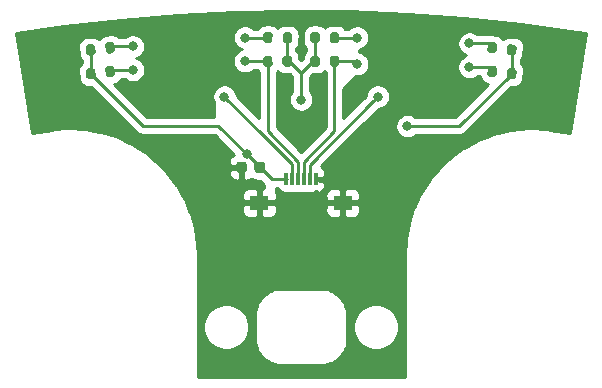
<source format=gtl>
G04 #@! TF.GenerationSoftware,KiCad,Pcbnew,(5.1.10)-1*
G04 #@! TF.CreationDate,2022-02-06T13:52:41+09:00*
G04 #@! TF.ProjectId,FrontSensor,46726f6e-7453-4656-9e73-6f722e6b6963,rev?*
G04 #@! TF.SameCoordinates,Original*
G04 #@! TF.FileFunction,Copper,L1,Top*
G04 #@! TF.FilePolarity,Positive*
%FSLAX46Y46*%
G04 Gerber Fmt 4.6, Leading zero omitted, Abs format (unit mm)*
G04 Created by KiCad (PCBNEW (5.1.10)-1) date 2022-02-06 13:52:41*
%MOMM*%
%LPD*%
G01*
G04 APERTURE LIST*
G04 #@! TA.AperFunction,SMDPad,CuDef*
%ADD10R,0.300000X1.000000*%
G04 #@! TD*
G04 #@! TA.AperFunction,SMDPad,CuDef*
%ADD11R,1.650000X1.300000*%
G04 #@! TD*
G04 #@! TA.AperFunction,ViaPad*
%ADD12C,0.800000*%
G04 #@! TD*
G04 #@! TA.AperFunction,Conductor*
%ADD13C,0.250000*%
G04 #@! TD*
G04 #@! TA.AperFunction,Conductor*
%ADD14C,0.300000*%
G04 #@! TD*
G04 #@! TA.AperFunction,Conductor*
%ADD15C,0.254000*%
G04 #@! TD*
G04 #@! TA.AperFunction,Conductor*
%ADD16C,0.100000*%
G04 #@! TD*
G04 APERTURE END LIST*
G04 #@! TA.AperFunction,SMDPad,CuDef*
G36*
G01*
X-4600000Y141250000D02*
X-4600000Y140750000D01*
G75*
G02*
X-4825000Y140525000I-225000J0D01*
G01*
X-5275000Y140525000D01*
G75*
G02*
X-5500000Y140750000I0J225000D01*
G01*
X-5500000Y141250000D01*
G75*
G02*
X-5275000Y141475000I225000J0D01*
G01*
X-4825000Y141475000D01*
G75*
G02*
X-4600000Y141250000I0J-225000D01*
G01*
G37*
G04 #@! TD.AperFunction*
G04 #@! TA.AperFunction,SMDPad,CuDef*
G36*
G01*
X-3050000Y141250000D02*
X-3050000Y140750000D01*
G75*
G02*
X-3275000Y140525000I-225000J0D01*
G01*
X-3725000Y140525000D01*
G75*
G02*
X-3950000Y140750000I0J225000D01*
G01*
X-3950000Y141250000D01*
G75*
G02*
X-3725000Y141475000I225000J0D01*
G01*
X-3275000Y141475000D01*
G75*
G02*
X-3050000Y141250000I0J-225000D01*
G01*
G37*
G04 #@! TD.AperFunction*
D10*
X1250000Y140000000D03*
X750000Y140000000D03*
X250000Y140000000D03*
X-250000Y140000000D03*
X-750000Y140000000D03*
X-1250000Y140000000D03*
D11*
X3525000Y138000000D03*
X-3525000Y138000000D03*
G04 #@! TA.AperFunction,SMDPad,CuDef*
G36*
G01*
X-16546600Y148808879D02*
X-16608862Y149355344D01*
G75*
G02*
X-16432789Y149576699I198714J22641D01*
G01*
X-16035361Y149621980D01*
G75*
G02*
X-15814006Y149445907I22641J-198714D01*
G01*
X-15751744Y148899442D01*
G75*
G02*
X-15927817Y148678087I-198714J-22641D01*
G01*
X-16325245Y148632806D01*
G75*
G02*
X-16546600Y148808879I-22641J198714D01*
G01*
G37*
G04 #@! TD.AperFunction*
G04 #@! TA.AperFunction,SMDPad,CuDef*
G36*
G01*
X-18185994Y148622093D02*
X-18248256Y149168558D01*
G75*
G02*
X-18072183Y149389913I198714J22641D01*
G01*
X-17674755Y149435194D01*
G75*
G02*
X-17453400Y149259121I22641J-198714D01*
G01*
X-17391138Y148712656D01*
G75*
G02*
X-17567211Y148491301I-198714J-22641D01*
G01*
X-17964639Y148446020D01*
G75*
G02*
X-18185994Y148622093I-22641J198714D01*
G01*
G37*
G04 #@! TD.AperFunction*
G04 #@! TA.AperFunction,SMDPad,CuDef*
G36*
G01*
X-2428328Y150256787D02*
X-2421608Y149706828D01*
G75*
G02*
X-2619150Y149504400I-199985J-2443D01*
G01*
X-3019120Y149499513D01*
G75*
G02*
X-3221548Y149697055I-2443J199985D01*
G01*
X-3228268Y150247014D01*
G75*
G02*
X-3030726Y150449442I199985J2443D01*
G01*
X-2630756Y150454329D01*
G75*
G02*
X-2428328Y150256787I2443J-199985D01*
G01*
G37*
G04 #@! TD.AperFunction*
G04 #@! TA.AperFunction,SMDPad,CuDef*
G36*
G01*
X-778452Y150276945D02*
X-771732Y149726986D01*
G75*
G02*
X-969274Y149524558I-199985J-2443D01*
G01*
X-1369244Y149519671D01*
G75*
G02*
X-1571672Y149717213I-2443J199985D01*
G01*
X-1578392Y150267172D01*
G75*
G02*
X-1380850Y150469600I199985J2443D01*
G01*
X-980880Y150474487D01*
G75*
G02*
X-778452Y150276945I2443J-199985D01*
G01*
G37*
G04 #@! TD.AperFunction*
G04 #@! TA.AperFunction,SMDPad,CuDef*
G36*
G01*
X771279Y149729130D02*
X778958Y150279077D01*
G75*
G02*
X981731Y150476266I199981J-2792D01*
G01*
X1381692Y150470681D01*
G75*
G02*
X1578881Y150267908I-2792J-199981D01*
G01*
X1571202Y149717961D01*
G75*
G02*
X1368429Y149520772I-199981J2792D01*
G01*
X968468Y149526357D01*
G75*
G02*
X771279Y149729130I2792J199981D01*
G01*
G37*
G04 #@! TD.AperFunction*
G04 #@! TA.AperFunction,SMDPad,CuDef*
G36*
G01*
X2421119Y149706092D02*
X2428798Y150256039D01*
G75*
G02*
X2631571Y150453228I199981J-2792D01*
G01*
X3031532Y150447643D01*
G75*
G02*
X3228721Y150244870I-2792J-199981D01*
G01*
X3221042Y149694923D01*
G75*
G02*
X3018269Y149497734I-199981J2792D01*
G01*
X2618308Y149503319D01*
G75*
G02*
X2421119Y149706092I2792J199981D01*
G01*
G37*
G04 #@! TD.AperFunction*
G04 #@! TA.AperFunction,SMDPad,CuDef*
G36*
G01*
X16609424Y149356026D02*
X16546209Y148809671D01*
G75*
G02*
X16324547Y148633983I-198675J22987D01*
G01*
X15927198Y148679958D01*
G75*
G02*
X15751510Y148901620I22987J198675D01*
G01*
X15814725Y149447975D01*
G75*
G02*
X16036387Y149623663I198675J-22987D01*
G01*
X16433736Y149577688D01*
G75*
G02*
X16609424Y149356026I-22987J-198675D01*
G01*
G37*
G04 #@! TD.AperFunction*
G04 #@! TA.AperFunction,SMDPad,CuDef*
G36*
G01*
X18248490Y149166380D02*
X18185275Y148620025D01*
G75*
G02*
X17963613Y148444337I-198675J22987D01*
G01*
X17566264Y148490312D01*
G75*
G02*
X17390576Y148711974I22987J198675D01*
G01*
X17453791Y149258329D01*
G75*
G02*
X17675453Y149434017I198675J-22987D01*
G01*
X18072802Y149388042D01*
G75*
G02*
X18248490Y149166380I-22987J-198675D01*
G01*
G37*
G04 #@! TD.AperFunction*
G04 #@! TA.AperFunction,SMDPad,CuDef*
G36*
G01*
X-16546995Y150820088D02*
X-16608303Y151366660D01*
G75*
G02*
X-16431843Y151587708I198754J22294D01*
G01*
X-16034335Y151632296D01*
G75*
G02*
X-15813287Y151455836I22294J-198754D01*
G01*
X-15751979Y150909264D01*
G75*
G02*
X-15928439Y150688216I-198754J-22294D01*
G01*
X-16325947Y150643628D01*
G75*
G02*
X-16546995Y150820088I-22294J198754D01*
G01*
G37*
G04 #@! TD.AperFunction*
G04 #@! TA.AperFunction,SMDPad,CuDef*
G36*
G01*
X-18186713Y150636164D02*
X-18248021Y151182736D01*
G75*
G02*
X-18071561Y151403784I198754J22294D01*
G01*
X-17674053Y151448372D01*
G75*
G02*
X-17453005Y151271912I22294J-198754D01*
G01*
X-17391697Y150725340D01*
G75*
G02*
X-17568157Y150504292I-198754J-22294D01*
G01*
X-17965665Y150459704D01*
G75*
G02*
X-18186713Y150636164I-22294J198754D01*
G01*
G37*
G04 #@! TD.AperFunction*
G04 #@! TA.AperFunction,SMDPad,CuDef*
G36*
G01*
X-771279Y152244870D02*
X-778958Y151694923D01*
G75*
G02*
X-981731Y151497734I-199981J2792D01*
G01*
X-1381692Y151503319D01*
G75*
G02*
X-1578881Y151706092I2792J199981D01*
G01*
X-1571202Y152256039D01*
G75*
G02*
X-1368429Y152453228I199981J-2792D01*
G01*
X-968468Y152447643D01*
G75*
G02*
X-771279Y152244870I-2792J-199981D01*
G01*
G37*
G04 #@! TD.AperFunction*
G04 #@! TA.AperFunction,SMDPad,CuDef*
G36*
G01*
X-2421119Y152267908D02*
X-2428798Y151717961D01*
G75*
G02*
X-2631571Y151520772I-199981J2792D01*
G01*
X-3031532Y151526357D01*
G75*
G02*
X-3228721Y151729130I2792J199981D01*
G01*
X-3221042Y152279077D01*
G75*
G02*
X-3018269Y152476266I199981J-2792D01*
G01*
X-2618308Y152470681D01*
G75*
G02*
X-2421119Y152267908I-2792J-199981D01*
G01*
G37*
G04 #@! TD.AperFunction*
G04 #@! TA.AperFunction,SMDPad,CuDef*
G36*
G01*
X2421119Y151706092D02*
X2428798Y152256039D01*
G75*
G02*
X2631571Y152453228I199981J-2792D01*
G01*
X3031532Y152447643D01*
G75*
G02*
X3228721Y152244870I-2792J-199981D01*
G01*
X3221042Y151694923D01*
G75*
G02*
X3018269Y151497734I-199981J2792D01*
G01*
X2618308Y151503319D01*
G75*
G02*
X2421119Y151706092I2792J199981D01*
G01*
G37*
G04 #@! TD.AperFunction*
G04 #@! TA.AperFunction,SMDPad,CuDef*
G36*
G01*
X771279Y151729130D02*
X778958Y152279077D01*
G75*
G02*
X981731Y152476266I199981J-2792D01*
G01*
X1381692Y152470681D01*
G75*
G02*
X1578881Y152267908I-2792J-199981D01*
G01*
X1571202Y151717961D01*
G75*
G02*
X1368429Y151520772I-199981J2792D01*
G01*
X968468Y151526357D01*
G75*
G02*
X771279Y151729130I2792J199981D01*
G01*
G37*
G04 #@! TD.AperFunction*
G04 #@! TA.AperFunction,SMDPad,CuDef*
G36*
G01*
X18248256Y151180558D02*
X18185994Y150634093D01*
G75*
G02*
X17964639Y150458020I-198714J22641D01*
G01*
X17567211Y150503301D01*
G75*
G02*
X17391138Y150724656I22641J198714D01*
G01*
X17453400Y151271121D01*
G75*
G02*
X17674755Y151447194I198714J-22641D01*
G01*
X18072183Y151401913D01*
G75*
G02*
X18248256Y151180558I-22641J-198714D01*
G01*
G37*
G04 #@! TD.AperFunction*
G04 #@! TA.AperFunction,SMDPad,CuDef*
G36*
G01*
X16608862Y151367344D02*
X16546600Y150820879D01*
G75*
G02*
X16325245Y150644806I-198714J22641D01*
G01*
X15927817Y150690087D01*
G75*
G02*
X15751744Y150911442I22641J198714D01*
G01*
X15814006Y151457907D01*
G75*
G02*
X16035361Y151633980I198714J-22641D01*
G01*
X16432789Y151588699D01*
G75*
G02*
X16608862Y151367344I-22641J-198714D01*
G01*
G37*
G04 #@! TD.AperFunction*
D12*
X-4625000Y142125000D03*
X0Y146750000D03*
X9000000Y144500000D03*
X-15100000Y148000000D03*
X4000000Y146100000D03*
X-4000000Y146100000D03*
X-1500000Y148500000D03*
X1500000Y148500000D03*
X0Y143000000D03*
X0Y151000000D03*
X15000000Y148000000D03*
X3250000Y141250000D03*
X0Y137750000D03*
X-14250000Y151250000D03*
X-4750000Y152000000D03*
X4750000Y152000000D03*
X14250000Y151500000D03*
X-14250000Y149250000D03*
X-6500000Y147000000D03*
X-4750000Y150000000D03*
X4750000Y149750000D03*
X14250000Y149500000D03*
X6500000Y147000000D03*
D13*
X17819533Y150952443D02*
X17819697Y150952607D01*
X17819533Y148939177D02*
X17819533Y150952443D01*
X1175080Y151998519D02*
X1175080Y149998519D01*
X-1175080Y149997097D02*
X-1175062Y149997079D01*
X-1175080Y151975481D02*
X-1175080Y149997097D01*
X-17819859Y148940769D02*
X-17819697Y148940607D01*
X-17819859Y150954038D02*
X-17819859Y148940769D01*
X-13379090Y144500000D02*
X-7000000Y144500000D01*
X-17819697Y148940607D02*
X-13379090Y144500000D01*
X-7000000Y144500000D02*
X-4625000Y142125000D01*
X-4625000Y142125000D02*
X-2500000Y140000000D01*
X-1175062Y149997079D02*
X-997079Y149997079D01*
X0Y149000000D02*
X0Y146750000D01*
X-997079Y149997079D02*
X0Y149000000D01*
X998519Y149998519D02*
X0Y149000000D01*
X1175080Y149998519D02*
X998519Y149998519D01*
X13380356Y144500000D02*
X9000000Y144500000D01*
X17819533Y148939177D02*
X13380356Y144500000D01*
X-2500000Y140000000D02*
X-1225001Y140000000D01*
D14*
X1250000Y140000000D02*
X2250000Y140000000D01*
D13*
X-16068103Y151250000D02*
X-16180141Y151137962D01*
X-14250000Y151250000D02*
X-16068103Y151250000D01*
X-4748519Y151998519D02*
X-4750000Y152000000D01*
X-2824920Y151998519D02*
X-4748519Y151998519D01*
X4725481Y151975481D02*
X4750000Y152000000D01*
X2824920Y151975481D02*
X4725481Y151975481D01*
X15819696Y151500000D02*
X16180303Y151139393D01*
X14250000Y151500000D02*
X15819696Y151500000D01*
X-16057696Y149250000D02*
X-16180303Y149127393D01*
X-14250000Y149250000D02*
X-16057696Y149250000D01*
X-750000Y141250000D02*
X-2000000Y142500000D01*
X-750000Y140000000D02*
X-750000Y141250000D01*
X-2000000Y142500000D02*
X-3250000Y143750000D01*
X-3250000Y143750000D02*
X-6500000Y147000000D01*
X-2824938Y149976921D02*
X-4726921Y149976921D01*
X-4726921Y149976921D02*
X-4750000Y150000000D01*
X-2824938Y144074938D02*
X-2824938Y149976921D01*
X-250000Y141500000D02*
X-2824938Y144074938D01*
X-250000Y140000000D02*
X-250000Y141500000D01*
X2824920Y149975481D02*
X4524519Y149975481D01*
X4524519Y149975481D02*
X4750000Y149750000D01*
X2824920Y144074920D02*
X2824920Y149975481D01*
X250000Y141500000D02*
X2824920Y144074920D01*
X250000Y140000000D02*
X250000Y141500000D01*
X15809290Y149500000D02*
X16180467Y149128823D01*
X14250000Y149500000D02*
X15809290Y149500000D01*
X6100001Y146588590D02*
X6100001Y146600001D01*
X750000Y140000000D02*
X750000Y141238590D01*
X750000Y141238590D02*
X6100001Y146588590D01*
X6100001Y146600001D02*
X6500000Y147000000D01*
D15*
X4087179Y154210755D02*
X8929016Y154006282D01*
X13762084Y153649820D01*
X18581542Y153141727D01*
X23386604Y152481960D01*
X24155489Y152360180D01*
X22779262Y143939284D01*
X21021125Y144211252D01*
X21002913Y144212260D01*
X20204128Y144295547D01*
X20165985Y144297114D01*
X20127905Y144299510D01*
X18872095Y144299510D01*
X18779975Y144293714D01*
X17534069Y144136320D01*
X17534067Y144136320D01*
X17443400Y144119025D01*
X16227043Y143806717D01*
X16189303Y143794454D01*
X16139259Y143778194D01*
X14971636Y143315900D01*
X14901485Y143282889D01*
X14888118Y143276599D01*
X13787643Y142671607D01*
X13777234Y142665001D01*
X13709710Y142622150D01*
X12693738Y141884002D01*
X12622618Y141825167D01*
X11707172Y140965506D01*
X11643987Y140898221D01*
X10843504Y139930604D01*
X10843503Y139930603D01*
X10789249Y139855929D01*
X10116352Y138795613D01*
X10091276Y138750000D01*
X10071885Y138714728D01*
X9537187Y137578437D01*
X9517307Y137528224D01*
X9503209Y137492617D01*
X9115141Y136298270D01*
X9092187Y136208868D01*
X9092187Y136208867D01*
X8856872Y134975300D01*
X8845303Y134883726D01*
X8767264Y133643340D01*
X8765000Y133620348D01*
X8764999Y123235000D01*
X-8765000Y123235000D01*
X-8765000Y127691624D01*
X-8278919Y127691624D01*
X-8278919Y127308376D01*
X-8204151Y126932493D01*
X-8057489Y126578419D01*
X-7844568Y126259761D01*
X-7573572Y125988765D01*
X-7254914Y125775844D01*
X-6900840Y125629182D01*
X-6524957Y125554414D01*
X-6141709Y125554414D01*
X-5765826Y125629182D01*
X-5411752Y125775844D01*
X-5093094Y125988765D01*
X-4822098Y126259761D01*
X-4685700Y126463896D01*
X-3901666Y126463896D01*
X-3898539Y126432152D01*
X-3898604Y126422914D01*
X-3897603Y126412701D01*
X-3867003Y126121556D01*
X-3853600Y126056262D01*
X-3841124Y125990862D01*
X-3838159Y125981038D01*
X-3751591Y125701382D01*
X-3725768Y125639952D01*
X-3700820Y125578203D01*
X-3696002Y125569142D01*
X-3556763Y125311626D01*
X-3519493Y125256371D01*
X-3483035Y125200658D01*
X-3476550Y125192705D01*
X-3289944Y124967138D01*
X-3242657Y124920179D01*
X-3196066Y124872602D01*
X-3188159Y124866060D01*
X-2961295Y124681034D01*
X-2905787Y124644155D01*
X-2850842Y124606533D01*
X-2841815Y124601652D01*
X-2583334Y124464215D01*
X-2521728Y124438822D01*
X-2460514Y124412586D01*
X-2450711Y124409551D01*
X-2170457Y124324937D01*
X-2105067Y124311990D01*
X-2039947Y124298148D01*
X-2029743Y124297075D01*
X-2029741Y124297075D01*
X-1738389Y124268508D01*
X-1702771Y124265000D01*
X1702771Y124265000D01*
X1734515Y124268127D01*
X1743752Y124268062D01*
X1753965Y124269063D01*
X2045110Y124299663D01*
X2110404Y124313066D01*
X2175804Y124325542D01*
X2185628Y124328507D01*
X2465284Y124415075D01*
X2526714Y124440898D01*
X2588463Y124465846D01*
X2597524Y124470664D01*
X2855040Y124609903D01*
X2910295Y124647173D01*
X2966008Y124683631D01*
X2973961Y124690116D01*
X3199528Y124876722D01*
X3246487Y124924009D01*
X3294064Y124970600D01*
X3300606Y124978507D01*
X3485632Y125205371D01*
X3522511Y125260879D01*
X3560133Y125315824D01*
X3565014Y125324851D01*
X3702451Y125583332D01*
X3727844Y125644938D01*
X3754080Y125706152D01*
X3757115Y125715955D01*
X3841729Y125996209D01*
X3854676Y126061599D01*
X3868518Y126126719D01*
X3869591Y126136925D01*
X3898158Y126428277D01*
X3901666Y126463895D01*
X3901666Y127691624D01*
X4387747Y127691624D01*
X4387747Y127308376D01*
X4462515Y126932493D01*
X4609177Y126578419D01*
X4822098Y126259761D01*
X5093094Y125988765D01*
X5411752Y125775844D01*
X5765826Y125629182D01*
X6141709Y125554414D01*
X6524957Y125554414D01*
X6900840Y125629182D01*
X7254914Y125775844D01*
X7573572Y125988765D01*
X7844568Y126259761D01*
X8057489Y126578419D01*
X8204151Y126932493D01*
X8278919Y127308376D01*
X8278919Y127691624D01*
X8204151Y128067507D01*
X8057489Y128421581D01*
X7844568Y128740239D01*
X7573572Y129011235D01*
X7254914Y129224156D01*
X6900840Y129370818D01*
X6524957Y129445586D01*
X6141709Y129445586D01*
X5765826Y129370818D01*
X5411752Y129224156D01*
X5093094Y129011235D01*
X4822098Y128740239D01*
X4609177Y128421581D01*
X4462515Y128067507D01*
X4387747Y127691624D01*
X3901666Y127691624D01*
X3901666Y128536105D01*
X3898539Y128567849D01*
X3898604Y128577085D01*
X3897603Y128587299D01*
X3867003Y128878444D01*
X3853593Y128943770D01*
X3841124Y129009138D01*
X3838159Y129018963D01*
X3751591Y129298618D01*
X3725763Y129360060D01*
X3700820Y129421797D01*
X3696002Y129430858D01*
X3556763Y129688374D01*
X3519508Y129743606D01*
X3483035Y129799342D01*
X3476550Y129807295D01*
X3289945Y130032862D01*
X3242638Y130079840D01*
X3196066Y130127398D01*
X3188159Y130133940D01*
X2961295Y130318966D01*
X2905787Y130355845D01*
X2850842Y130393467D01*
X2841815Y130398348D01*
X2583334Y130535785D01*
X2521754Y130561167D01*
X2460515Y130587414D01*
X2450711Y130590449D01*
X2170457Y130675063D01*
X2105067Y130688010D01*
X2039947Y130701852D01*
X2029743Y130702925D01*
X2029741Y130702925D01*
X1738389Y130731492D01*
X1702771Y130735000D01*
X-1702771Y130735000D01*
X-1734515Y130731873D01*
X-1743751Y130731938D01*
X-1753965Y130730937D01*
X-2045110Y130700337D01*
X-2110436Y130686927D01*
X-2175804Y130674458D01*
X-2185629Y130671493D01*
X-2465284Y130584925D01*
X-2526726Y130559097D01*
X-2588463Y130534154D01*
X-2597519Y130529339D01*
X-2597523Y130529337D01*
X-2597524Y130529336D01*
X-2855040Y130390097D01*
X-2910272Y130352842D01*
X-2966008Y130316369D01*
X-2973961Y130309884D01*
X-3199528Y130123279D01*
X-3246506Y130075972D01*
X-3294064Y130029400D01*
X-3300606Y130021493D01*
X-3485632Y129794629D01*
X-3522511Y129739121D01*
X-3560133Y129684176D01*
X-3565014Y129675149D01*
X-3702451Y129416668D01*
X-3727833Y129355088D01*
X-3754080Y129293849D01*
X-3757115Y129284045D01*
X-3841729Y129003791D01*
X-3854676Y128938401D01*
X-3868518Y128873281D01*
X-3869591Y128863075D01*
X-3898158Y128571723D01*
X-3898158Y128571713D01*
X-3901665Y128536105D01*
X-3901666Y126463896D01*
X-4685700Y126463896D01*
X-4609177Y126578419D01*
X-4462515Y126932493D01*
X-4387747Y127308376D01*
X-4387747Y127691624D01*
X-4462515Y128067507D01*
X-4609177Y128421581D01*
X-4822098Y128740239D01*
X-5093094Y129011235D01*
X-5411752Y129224156D01*
X-5765826Y129370818D01*
X-6141709Y129445586D01*
X-6524957Y129445586D01*
X-6900840Y129370818D01*
X-7254914Y129224156D01*
X-7573572Y129011235D01*
X-7844568Y128740239D01*
X-8057489Y128421581D01*
X-8204151Y128067507D01*
X-8278919Y127691624D01*
X-8765000Y127691624D01*
X-8765000Y133620348D01*
X-8766480Y133635378D01*
X-8799318Y134434686D01*
X-8803277Y134472657D01*
X-8806407Y134510683D01*
X-8987802Y135753324D01*
X-9006843Y135843640D01*
X-9006843Y135843641D01*
X-9342552Y137053748D01*
X-9372763Y137140966D01*
X-9372766Y137140972D01*
X-9460226Y137350000D01*
X-4988072Y137350000D01*
X-4975812Y137225518D01*
X-4939502Y137105820D01*
X-4880537Y136995506D01*
X-4801185Y136898815D01*
X-4704494Y136819463D01*
X-4594180Y136760498D01*
X-4474482Y136724188D01*
X-4350000Y136711928D01*
X-3810750Y136715000D01*
X-3652000Y136873750D01*
X-3652000Y137873000D01*
X-3398000Y137873000D01*
X-3398000Y136873750D01*
X-3239250Y136715000D01*
X-2700000Y136711928D01*
X-2575518Y136724188D01*
X-2455820Y136760498D01*
X-2345506Y136819463D01*
X-2248815Y136898815D01*
X-2169463Y136995506D01*
X-2110498Y137105820D01*
X-2074188Y137225518D01*
X-2061928Y137350000D01*
X2061928Y137350000D01*
X2074188Y137225518D01*
X2110498Y137105820D01*
X2169463Y136995506D01*
X2248815Y136898815D01*
X2345506Y136819463D01*
X2455820Y136760498D01*
X2575518Y136724188D01*
X2700000Y136711928D01*
X3239250Y136715000D01*
X3398000Y136873750D01*
X3398000Y137873000D01*
X3652000Y137873000D01*
X3652000Y136873750D01*
X3810750Y136715000D01*
X4350000Y136711928D01*
X4474482Y136724188D01*
X4594180Y136760498D01*
X4704494Y136819463D01*
X4801185Y136898815D01*
X4880537Y136995506D01*
X4939502Y137105820D01*
X4975812Y137225518D01*
X4988072Y137350000D01*
X4985000Y137714250D01*
X4826250Y137873000D01*
X3652000Y137873000D01*
X3398000Y137873000D01*
X2223750Y137873000D01*
X2065000Y137714250D01*
X2061928Y137350000D01*
X-2061928Y137350000D01*
X-2065000Y137714250D01*
X-2223750Y137873000D01*
X-3398000Y137873000D01*
X-3652000Y137873000D01*
X-4826250Y137873000D01*
X-4985000Y137714250D01*
X-4988072Y137350000D01*
X-9460226Y137350000D01*
X-9857491Y138299455D01*
X-9898395Y138382199D01*
X-10052419Y138650000D01*
X-4988072Y138650000D01*
X-4985000Y138285750D01*
X-4826250Y138127000D01*
X-3652000Y138127000D01*
X-3652000Y139126250D01*
X-3810750Y139285000D01*
X-4350000Y139288072D01*
X-4474482Y139275812D01*
X-4594180Y139239502D01*
X-4704494Y139180537D01*
X-4801185Y139101185D01*
X-4880537Y139004494D01*
X-4939502Y138894180D01*
X-4975812Y138774482D01*
X-4988072Y138650000D01*
X-10052419Y138650000D01*
X-10524491Y139470789D01*
X-10524497Y139470801D01*
X-10575449Y139547766D01*
X-11314661Y140525000D01*
X-6138072Y140525000D01*
X-6125812Y140400518D01*
X-6089502Y140280820D01*
X-6030537Y140170506D01*
X-5951185Y140073815D01*
X-5854494Y139994463D01*
X-5744180Y139935498D01*
X-5624482Y139899188D01*
X-5500000Y139886928D01*
X-5335750Y139890000D01*
X-5177000Y140048750D01*
X-5177000Y140873000D01*
X-5976250Y140873000D01*
X-6135000Y140714250D01*
X-6138072Y140525000D01*
X-11314661Y140525000D01*
X-11333053Y140549313D01*
X-11393250Y140619285D01*
X-12270407Y141517981D01*
X-12338898Y141579857D01*
X-13321775Y142361530D01*
X-13353980Y142383992D01*
X-13397482Y142414334D01*
X-14470579Y143066655D01*
X-14526492Y143096003D01*
X-14552306Y143109553D01*
X-15698698Y143622237D01*
X-15785157Y143654554D01*
X-15785162Y143654555D01*
X-16986766Y144019514D01*
X-17076595Y144040740D01*
X-18314471Y144252220D01*
X-18324988Y144253343D01*
X-18406251Y144262020D01*
X-19660871Y144316686D01*
X-19753156Y144314906D01*
X-20994925Y144212702D01*
X-21021125Y144211252D01*
X-22779262Y143939284D01*
X-23648925Y149260598D01*
X-18884736Y149260598D01*
X-18882227Y149096326D01*
X-18819965Y148549861D01*
X-18785456Y148389236D01*
X-18720274Y148238429D01*
X-18626924Y148103236D01*
X-18508992Y147988852D01*
X-18371012Y147899674D01*
X-18218284Y147839128D01*
X-18056680Y147809540D01*
X-17892408Y147812049D01*
X-17778875Y147824984D01*
X-13942890Y143988998D01*
X-13919091Y143959999D01*
X-13803366Y143865026D01*
X-13671337Y143794454D01*
X-13528076Y143750997D01*
X-13416423Y143740000D01*
X-13416415Y143740000D01*
X-13379090Y143736324D01*
X-13341765Y143740000D01*
X-7314801Y143740000D01*
X-5663713Y142088911D01*
X-5744180Y142064502D01*
X-5854494Y142005537D01*
X-5951185Y141926185D01*
X-6030537Y141829494D01*
X-6089502Y141719180D01*
X-6125812Y141599482D01*
X-6138072Y141475000D01*
X-6135000Y141285750D01*
X-5976250Y141127000D01*
X-5177000Y141127000D01*
X-5177000Y141147000D01*
X-4968485Y141147000D01*
X-4926898Y141129774D01*
X-4923000Y141128999D01*
X-4923000Y141127000D01*
X-4912952Y141127000D01*
X-4903000Y141125020D01*
X-4903000Y140873000D01*
X-4923000Y140873000D01*
X-4923000Y140048750D01*
X-4764250Y139890000D01*
X-4600000Y139886928D01*
X-4475518Y139899188D01*
X-4355820Y139935498D01*
X-4245506Y139994463D01*
X-4201351Y140030700D01*
X-4055283Y139952625D01*
X-3893377Y139903512D01*
X-3725000Y139886928D01*
X-3461730Y139886928D01*
X-3127000Y139552198D01*
X-3127000Y139285639D01*
X-3239250Y139285000D01*
X-3398000Y139126250D01*
X-3398000Y138127000D01*
X-2223750Y138127000D01*
X-2065000Y138285750D01*
X-2061928Y138650000D01*
X2061928Y138650000D01*
X2065000Y138285750D01*
X2223750Y138127000D01*
X3398000Y138127000D01*
X3398000Y139126250D01*
X3652000Y139126250D01*
X3652000Y138127000D01*
X4826250Y138127000D01*
X4985000Y138285750D01*
X4988072Y138650000D01*
X4975812Y138774482D01*
X4939502Y138894180D01*
X4880537Y139004494D01*
X4801185Y139101185D01*
X4704494Y139180537D01*
X4594180Y139239502D01*
X4474482Y139275812D01*
X4350000Y139288072D01*
X3810750Y139285000D01*
X3652000Y139126250D01*
X3398000Y139126250D01*
X3239250Y139285000D01*
X2700000Y139288072D01*
X2575518Y139275812D01*
X2455820Y139239502D01*
X2345506Y139180537D01*
X2248815Y139101185D01*
X2169463Y139004494D01*
X2110498Y138894180D01*
X2074188Y138774482D01*
X2061928Y138650000D01*
X-2061928Y138650000D01*
X-2074188Y138774482D01*
X-2110498Y138894180D01*
X-2123000Y138917569D01*
X-2123000Y139240000D01*
X-1981046Y139240000D01*
X-1930537Y139145506D01*
X-1851185Y139048815D01*
X-1754494Y138969463D01*
X-1644180Y138910498D01*
X-1524482Y138874188D01*
X-1400000Y138861928D01*
X-1100000Y138861928D01*
X-1000000Y138871777D01*
X-900000Y138861928D01*
X-600000Y138861928D01*
X-500000Y138871777D01*
X-400000Y138861928D01*
X-100000Y138861928D01*
X0Y138871777D01*
X100000Y138861928D01*
X400000Y138861928D01*
X500000Y138871777D01*
X600000Y138861928D01*
X900000Y138861928D01*
X1004058Y138872176D01*
X1068250Y138865000D01*
X1100497Y138897247D01*
X1144180Y138910498D01*
X1254494Y138969463D01*
X1294475Y139002275D01*
X1431750Y138865000D01*
X1536609Y138876723D01*
X1655579Y138915350D01*
X1764728Y138976445D01*
X1859860Y139057660D01*
X1937320Y139155874D01*
X1994131Y139267312D01*
X2028111Y139387692D01*
X2037952Y139512388D01*
X2035000Y139714250D01*
X1876250Y139873000D01*
X1538072Y139873000D01*
X1538072Y140127000D01*
X1876250Y140127000D01*
X2035000Y140285750D01*
X2037952Y140487612D01*
X2028111Y140612308D01*
X1994131Y140732688D01*
X1937320Y140844126D01*
X1859860Y140942340D01*
X1764728Y141023555D01*
X1665377Y141079166D01*
X5188151Y144601939D01*
X7965000Y144601939D01*
X7965000Y144398061D01*
X8004774Y144198102D01*
X8082795Y144009744D01*
X8196063Y143840226D01*
X8340226Y143696063D01*
X8509744Y143582795D01*
X8698102Y143504774D01*
X8898061Y143465000D01*
X9101939Y143465000D01*
X9301898Y143504774D01*
X9490256Y143582795D01*
X9659774Y143696063D01*
X9703711Y143740000D01*
X13343034Y143740000D01*
X13380356Y143736324D01*
X13417678Y143740000D01*
X13417689Y143740000D01*
X13529342Y143750997D01*
X13672603Y143794454D01*
X13804632Y143865026D01*
X13920357Y143959999D01*
X13944160Y143989003D01*
X17778576Y147823418D01*
X17890274Y147810494D01*
X18054542Y147807699D01*
X18216198Y147837004D01*
X18369031Y147897283D01*
X18507167Y147986221D01*
X18625298Y148100399D01*
X18718884Y148235429D01*
X18784329Y148386122D01*
X18819118Y148546687D01*
X18882333Y149093042D01*
X18885129Y149257308D01*
X18855824Y149418964D01*
X18795544Y149571797D01*
X18706607Y149709933D01*
X18592429Y149828064D01*
X18579533Y149837002D01*
X18579533Y150069270D01*
X18626924Y150115235D01*
X18720274Y150250428D01*
X18785456Y150401236D01*
X18819965Y150561861D01*
X18882227Y151108326D01*
X18884736Y151272599D01*
X18855148Y151434203D01*
X18794602Y151586931D01*
X18705424Y151724911D01*
X18591040Y151842843D01*
X18455847Y151936193D01*
X18305040Y152001375D01*
X18144414Y152035884D01*
X17746986Y152081165D01*
X17582715Y152083674D01*
X17421110Y152054087D01*
X17268383Y151993540D01*
X17130402Y151904362D01*
X17093748Y151868811D01*
X17066030Y151911697D01*
X16951646Y152029629D01*
X16816453Y152122979D01*
X16665646Y152188161D01*
X16505020Y152222670D01*
X16107592Y152267951D01*
X15943321Y152270460D01*
X15875989Y152258133D01*
X15857029Y152260000D01*
X15857018Y152260000D01*
X15819696Y152263676D01*
X15782374Y152260000D01*
X14953711Y152260000D01*
X14909774Y152303937D01*
X14740256Y152417205D01*
X14551898Y152495226D01*
X14351939Y152535000D01*
X14148061Y152535000D01*
X13948102Y152495226D01*
X13759744Y152417205D01*
X13590226Y152303937D01*
X13446063Y152159774D01*
X13332795Y151990256D01*
X13254774Y151801898D01*
X13215000Y151601939D01*
X13215000Y151398061D01*
X13254774Y151198102D01*
X13332795Y151009744D01*
X13446063Y150840226D01*
X13590226Y150696063D01*
X13759744Y150582795D01*
X13948102Y150504774D01*
X13972103Y150500000D01*
X13948102Y150495226D01*
X13759744Y150417205D01*
X13590226Y150303937D01*
X13446063Y150159774D01*
X13332795Y149990256D01*
X13254774Y149801898D01*
X13215000Y149601939D01*
X13215000Y149398061D01*
X13254774Y149198102D01*
X13332795Y149009744D01*
X13446063Y148840226D01*
X13590226Y148696063D01*
X13759744Y148582795D01*
X13948102Y148504774D01*
X14148061Y148465000D01*
X14351939Y148465000D01*
X14551898Y148504774D01*
X14740256Y148582795D01*
X14909774Y148696063D01*
X14953711Y148740000D01*
X15127686Y148740000D01*
X15144176Y148649036D01*
X15204456Y148496203D01*
X15293393Y148358067D01*
X15407571Y148239936D01*
X15542601Y148146349D01*
X15693294Y148080904D01*
X15852059Y148046505D01*
X13065555Y145260000D01*
X9703711Y145260000D01*
X9659774Y145303937D01*
X9490256Y145417205D01*
X9301898Y145495226D01*
X9101939Y145535000D01*
X8898061Y145535000D01*
X8698102Y145495226D01*
X8509744Y145417205D01*
X8340226Y145303937D01*
X8196063Y145159774D01*
X8082795Y144990256D01*
X8004774Y144801898D01*
X7965000Y144601939D01*
X5188151Y144601939D01*
X6551213Y145965000D01*
X6601939Y145965000D01*
X6801898Y146004774D01*
X6990256Y146082795D01*
X7159774Y146196063D01*
X7303937Y146340226D01*
X7417205Y146509744D01*
X7495226Y146698102D01*
X7535000Y146898061D01*
X7535000Y147101939D01*
X7495226Y147301898D01*
X7417205Y147490256D01*
X7303937Y147659774D01*
X7159774Y147803937D01*
X6990256Y147917205D01*
X6801898Y147995226D01*
X6601939Y148035000D01*
X6398061Y148035000D01*
X6198102Y147995226D01*
X6009744Y147917205D01*
X5840226Y147803937D01*
X5696063Y147659774D01*
X5582795Y147490256D01*
X5504774Y147301898D01*
X5465000Y147101939D01*
X5465000Y147028391D01*
X3584920Y145148311D01*
X3584920Y147655314D01*
X4645179Y148715573D01*
X4648061Y148715000D01*
X4851939Y148715000D01*
X5051898Y148754774D01*
X5240256Y148832795D01*
X5409774Y148946063D01*
X5553937Y149090226D01*
X5667205Y149259744D01*
X5745226Y149448102D01*
X5785000Y149648061D01*
X5785000Y149851939D01*
X5745226Y150051898D01*
X5667205Y150240256D01*
X5553937Y150409774D01*
X5409774Y150553937D01*
X5240256Y150667205D01*
X5051898Y150745226D01*
X4877000Y150780015D01*
X4877000Y150969985D01*
X5051898Y151004774D01*
X5240256Y151082795D01*
X5409774Y151196063D01*
X5553937Y151340226D01*
X5667205Y151509744D01*
X5745226Y151698102D01*
X5785000Y151898061D01*
X5785000Y152101939D01*
X5745226Y152301898D01*
X5667205Y152490256D01*
X5553937Y152659774D01*
X5409774Y152803937D01*
X5240256Y152917205D01*
X5051898Y152995226D01*
X4851939Y153035000D01*
X4648061Y153035000D01*
X4448102Y152995226D01*
X4259744Y152917205D01*
X4090226Y152803937D01*
X4021770Y152735481D01*
X3706494Y152735481D01*
X3629563Y152831936D01*
X3504032Y152937924D01*
X3360236Y153017386D01*
X3203701Y153067268D01*
X3040442Y153085652D01*
X2640481Y153091237D01*
X2476771Y153077418D01*
X2318904Y153031927D01*
X2172946Y152956511D01*
X2044504Y152854069D01*
X2011563Y152815054D01*
X1979723Y152854974D01*
X1854192Y152960962D01*
X1710396Y153040424D01*
X1553861Y153090306D01*
X1390602Y153108690D01*
X990641Y153114275D01*
X826931Y153100456D01*
X669064Y153054965D01*
X523106Y152979549D01*
X394664Y152877107D01*
X288676Y152751576D01*
X209215Y152607780D01*
X159333Y152451245D01*
X140949Y152287986D01*
X133270Y151738039D01*
X147089Y151574331D01*
X192580Y151416464D01*
X267995Y151270505D01*
X370437Y151142064D01*
X415080Y151104371D01*
X415081Y150893391D01*
X394664Y150877107D01*
X288676Y150751576D01*
X209215Y150607780D01*
X159333Y150451245D01*
X140949Y150287986D01*
X139926Y150214728D01*
X0Y150074801D01*
X-139568Y150214369D01*
X-140428Y150284742D01*
X-158527Y150448032D01*
X-208136Y150604654D01*
X-287346Y150748589D01*
X-393115Y150874304D01*
X-415080Y150891886D01*
X-415080Y151080610D01*
X-394664Y151096893D01*
X-288676Y151222424D01*
X-209215Y151366220D01*
X-159333Y151522755D01*
X-140949Y151686014D01*
X-133270Y152235961D01*
X-147089Y152399669D01*
X-192580Y152557536D01*
X-267995Y152703495D01*
X-370437Y152831936D01*
X-495968Y152937924D01*
X-639764Y153017386D01*
X-796299Y153067268D01*
X-959558Y153085652D01*
X-1359519Y153091237D01*
X-1523229Y153077418D01*
X-1681096Y153031927D01*
X-1827054Y152956511D01*
X-1955496Y152854069D01*
X-1988437Y152815054D01*
X-2020277Y152854974D01*
X-2145808Y152960962D01*
X-2289604Y153040424D01*
X-2446139Y153090306D01*
X-2609398Y153108690D01*
X-3009359Y153114275D01*
X-3173069Y153100456D01*
X-3330936Y153054965D01*
X-3476894Y152979549D01*
X-3605336Y152877107D01*
X-3705462Y152758519D01*
X-4044808Y152758519D01*
X-4090226Y152803937D01*
X-4259744Y152917205D01*
X-4448102Y152995226D01*
X-4648061Y153035000D01*
X-4851939Y153035000D01*
X-5051898Y152995226D01*
X-5240256Y152917205D01*
X-5409774Y152803937D01*
X-5553937Y152659774D01*
X-5667205Y152490256D01*
X-5745226Y152301898D01*
X-5785000Y152101939D01*
X-5785000Y151898061D01*
X-5745226Y151698102D01*
X-5667205Y151509744D01*
X-5553937Y151340226D01*
X-5409774Y151196063D01*
X-5240256Y151082795D01*
X-5051898Y151004774D01*
X-5027897Y151000000D01*
X-5051898Y150995226D01*
X-5240256Y150917205D01*
X-5409774Y150803937D01*
X-5553937Y150659774D01*
X-5667205Y150490256D01*
X-5745226Y150301898D01*
X-5785000Y150101939D01*
X-5785000Y149898061D01*
X-5745226Y149698102D01*
X-5667205Y149509744D01*
X-5553937Y149340226D01*
X-5409774Y149196063D01*
X-5240256Y149082795D01*
X-5051898Y149004774D01*
X-4851939Y148965000D01*
X-4648061Y148965000D01*
X-4448102Y149004774D01*
X-4259744Y149082795D01*
X-4090226Y149196063D01*
X-4069368Y149216921D01*
X-3705511Y149216921D01*
X-3606885Y149099696D01*
X-3584937Y149082128D01*
X-3584938Y145159740D01*
X-5465000Y147039801D01*
X-5465000Y147101939D01*
X-5504774Y147301898D01*
X-5582795Y147490256D01*
X-5696063Y147659774D01*
X-5840226Y147803937D01*
X-6009744Y147917205D01*
X-6198102Y147995226D01*
X-6398061Y148035000D01*
X-6601939Y148035000D01*
X-6801898Y147995226D01*
X-6990256Y147917205D01*
X-7159774Y147803937D01*
X-7303937Y147659774D01*
X-7417205Y147490256D01*
X-7495226Y147301898D01*
X-7535000Y147101939D01*
X-7535000Y146898061D01*
X-7495226Y146698102D01*
X-7417205Y146509744D01*
X-7377000Y146449573D01*
X-7377000Y145260000D01*
X-13064288Y145260000D01*
X-15849675Y148045386D01*
X-15694960Y148078625D01*
X-15544152Y148143807D01*
X-15408959Y148237157D01*
X-15294576Y148355089D01*
X-15207382Y148490000D01*
X-14953711Y148490000D01*
X-14909774Y148446063D01*
X-14740256Y148332795D01*
X-14551898Y148254774D01*
X-14351939Y148215000D01*
X-14148061Y148215000D01*
X-13948102Y148254774D01*
X-13759744Y148332795D01*
X-13590226Y148446063D01*
X-13446063Y148590226D01*
X-13332795Y148759744D01*
X-13254774Y148948102D01*
X-13215000Y149148061D01*
X-13215000Y149351939D01*
X-13254774Y149551898D01*
X-13332795Y149740256D01*
X-13446063Y149909774D01*
X-13590226Y150053937D01*
X-13759744Y150167205D01*
X-13948102Y150245226D01*
X-13972103Y150250000D01*
X-13948102Y150254774D01*
X-13759744Y150332795D01*
X-13590226Y150446063D01*
X-13446063Y150590226D01*
X-13332795Y150759744D01*
X-13254774Y150948102D01*
X-13215000Y151148061D01*
X-13215000Y151351939D01*
X-13254774Y151551898D01*
X-13332795Y151740256D01*
X-13446063Y151909774D01*
X-13590226Y152053937D01*
X-13759744Y152167205D01*
X-13948102Y152245226D01*
X-14148061Y152285000D01*
X-14351939Y152285000D01*
X-14551898Y152245226D01*
X-14740256Y152167205D01*
X-14909774Y152053937D01*
X-14953711Y152010000D01*
X-15408520Y152010000D01*
X-15489186Y152088513D01*
X-15627011Y152177932D01*
X-15779632Y152238744D01*
X-15941185Y152268613D01*
X-16105461Y152266391D01*
X-16502969Y152221803D01*
X-16663654Y152187575D01*
X-16814575Y152122656D01*
X-16949930Y152029542D01*
X-17064520Y151911810D01*
X-17092312Y151868974D01*
X-17128904Y151904589D01*
X-17266729Y151994008D01*
X-17419350Y152054820D01*
X-17580903Y152084689D01*
X-17745179Y152082467D01*
X-18142687Y152037879D01*
X-18303372Y152003651D01*
X-18454293Y151938732D01*
X-18589648Y151845618D01*
X-18704238Y151727886D01*
X-18793657Y151590061D01*
X-18854469Y151437439D01*
X-18884338Y151275887D01*
X-18882116Y151111611D01*
X-18820808Y150565039D01*
X-18786580Y150404353D01*
X-18721661Y150253432D01*
X-18628546Y150118076D01*
X-18579859Y150070688D01*
X-18579858Y149838564D01*
X-18591041Y149830843D01*
X-18705424Y149712911D01*
X-18794602Y149574930D01*
X-18855149Y149422203D01*
X-18884736Y149260598D01*
X-23648925Y149260598D01*
X-24154198Y152352272D01*
X-20087041Y152951538D01*
X-15272789Y153507017D01*
X-10443479Y153911000D01*
X-5603875Y154163091D01*
X-758704Y154263043D01*
X4087179Y154210755D01*
G04 #@! TA.AperFunction,Conductor*
D16*
G36*
X4087179Y154210755D02*
G01*
X8929016Y154006282D01*
X13762084Y153649820D01*
X18581542Y153141727D01*
X23386604Y152481960D01*
X24155489Y152360180D01*
X22779262Y143939284D01*
X21021125Y144211252D01*
X21002913Y144212260D01*
X20204128Y144295547D01*
X20165985Y144297114D01*
X20127905Y144299510D01*
X18872095Y144299510D01*
X18779975Y144293714D01*
X17534069Y144136320D01*
X17534067Y144136320D01*
X17443400Y144119025D01*
X16227043Y143806717D01*
X16189303Y143794454D01*
X16139259Y143778194D01*
X14971636Y143315900D01*
X14901485Y143282889D01*
X14888118Y143276599D01*
X13787643Y142671607D01*
X13777234Y142665001D01*
X13709710Y142622150D01*
X12693738Y141884002D01*
X12622618Y141825167D01*
X11707172Y140965506D01*
X11643987Y140898221D01*
X10843504Y139930604D01*
X10843503Y139930603D01*
X10789249Y139855929D01*
X10116352Y138795613D01*
X10091276Y138750000D01*
X10071885Y138714728D01*
X9537187Y137578437D01*
X9517307Y137528224D01*
X9503209Y137492617D01*
X9115141Y136298270D01*
X9092187Y136208868D01*
X9092187Y136208867D01*
X8856872Y134975300D01*
X8845303Y134883726D01*
X8767264Y133643340D01*
X8765000Y133620348D01*
X8764999Y123235000D01*
X-8765000Y123235000D01*
X-8765000Y127691624D01*
X-8278919Y127691624D01*
X-8278919Y127308376D01*
X-8204151Y126932493D01*
X-8057489Y126578419D01*
X-7844568Y126259761D01*
X-7573572Y125988765D01*
X-7254914Y125775844D01*
X-6900840Y125629182D01*
X-6524957Y125554414D01*
X-6141709Y125554414D01*
X-5765826Y125629182D01*
X-5411752Y125775844D01*
X-5093094Y125988765D01*
X-4822098Y126259761D01*
X-4685700Y126463896D01*
X-3901666Y126463896D01*
X-3898539Y126432152D01*
X-3898604Y126422914D01*
X-3897603Y126412701D01*
X-3867003Y126121556D01*
X-3853600Y126056262D01*
X-3841124Y125990862D01*
X-3838159Y125981038D01*
X-3751591Y125701382D01*
X-3725768Y125639952D01*
X-3700820Y125578203D01*
X-3696002Y125569142D01*
X-3556763Y125311626D01*
X-3519493Y125256371D01*
X-3483035Y125200658D01*
X-3476550Y125192705D01*
X-3289944Y124967138D01*
X-3242657Y124920179D01*
X-3196066Y124872602D01*
X-3188159Y124866060D01*
X-2961295Y124681034D01*
X-2905787Y124644155D01*
X-2850842Y124606533D01*
X-2841815Y124601652D01*
X-2583334Y124464215D01*
X-2521728Y124438822D01*
X-2460514Y124412586D01*
X-2450711Y124409551D01*
X-2170457Y124324937D01*
X-2105067Y124311990D01*
X-2039947Y124298148D01*
X-2029743Y124297075D01*
X-2029741Y124297075D01*
X-1738389Y124268508D01*
X-1702771Y124265000D01*
X1702771Y124265000D01*
X1734515Y124268127D01*
X1743752Y124268062D01*
X1753965Y124269063D01*
X2045110Y124299663D01*
X2110404Y124313066D01*
X2175804Y124325542D01*
X2185628Y124328507D01*
X2465284Y124415075D01*
X2526714Y124440898D01*
X2588463Y124465846D01*
X2597524Y124470664D01*
X2855040Y124609903D01*
X2910295Y124647173D01*
X2966008Y124683631D01*
X2973961Y124690116D01*
X3199528Y124876722D01*
X3246487Y124924009D01*
X3294064Y124970600D01*
X3300606Y124978507D01*
X3485632Y125205371D01*
X3522511Y125260879D01*
X3560133Y125315824D01*
X3565014Y125324851D01*
X3702451Y125583332D01*
X3727844Y125644938D01*
X3754080Y125706152D01*
X3757115Y125715955D01*
X3841729Y125996209D01*
X3854676Y126061599D01*
X3868518Y126126719D01*
X3869591Y126136925D01*
X3898158Y126428277D01*
X3901666Y126463895D01*
X3901666Y127691624D01*
X4387747Y127691624D01*
X4387747Y127308376D01*
X4462515Y126932493D01*
X4609177Y126578419D01*
X4822098Y126259761D01*
X5093094Y125988765D01*
X5411752Y125775844D01*
X5765826Y125629182D01*
X6141709Y125554414D01*
X6524957Y125554414D01*
X6900840Y125629182D01*
X7254914Y125775844D01*
X7573572Y125988765D01*
X7844568Y126259761D01*
X8057489Y126578419D01*
X8204151Y126932493D01*
X8278919Y127308376D01*
X8278919Y127691624D01*
X8204151Y128067507D01*
X8057489Y128421581D01*
X7844568Y128740239D01*
X7573572Y129011235D01*
X7254914Y129224156D01*
X6900840Y129370818D01*
X6524957Y129445586D01*
X6141709Y129445586D01*
X5765826Y129370818D01*
X5411752Y129224156D01*
X5093094Y129011235D01*
X4822098Y128740239D01*
X4609177Y128421581D01*
X4462515Y128067507D01*
X4387747Y127691624D01*
X3901666Y127691624D01*
X3901666Y128536105D01*
X3898539Y128567849D01*
X3898604Y128577085D01*
X3897603Y128587299D01*
X3867003Y128878444D01*
X3853593Y128943770D01*
X3841124Y129009138D01*
X3838159Y129018963D01*
X3751591Y129298618D01*
X3725763Y129360060D01*
X3700820Y129421797D01*
X3696002Y129430858D01*
X3556763Y129688374D01*
X3519508Y129743606D01*
X3483035Y129799342D01*
X3476550Y129807295D01*
X3289945Y130032862D01*
X3242638Y130079840D01*
X3196066Y130127398D01*
X3188159Y130133940D01*
X2961295Y130318966D01*
X2905787Y130355845D01*
X2850842Y130393467D01*
X2841815Y130398348D01*
X2583334Y130535785D01*
X2521754Y130561167D01*
X2460515Y130587414D01*
X2450711Y130590449D01*
X2170457Y130675063D01*
X2105067Y130688010D01*
X2039947Y130701852D01*
X2029743Y130702925D01*
X2029741Y130702925D01*
X1738389Y130731492D01*
X1702771Y130735000D01*
X-1702771Y130735000D01*
X-1734515Y130731873D01*
X-1743751Y130731938D01*
X-1753965Y130730937D01*
X-2045110Y130700337D01*
X-2110436Y130686927D01*
X-2175804Y130674458D01*
X-2185629Y130671493D01*
X-2465284Y130584925D01*
X-2526726Y130559097D01*
X-2588463Y130534154D01*
X-2597519Y130529339D01*
X-2597523Y130529337D01*
X-2597524Y130529336D01*
X-2855040Y130390097D01*
X-2910272Y130352842D01*
X-2966008Y130316369D01*
X-2973961Y130309884D01*
X-3199528Y130123279D01*
X-3246506Y130075972D01*
X-3294064Y130029400D01*
X-3300606Y130021493D01*
X-3485632Y129794629D01*
X-3522511Y129739121D01*
X-3560133Y129684176D01*
X-3565014Y129675149D01*
X-3702451Y129416668D01*
X-3727833Y129355088D01*
X-3754080Y129293849D01*
X-3757115Y129284045D01*
X-3841729Y129003791D01*
X-3854676Y128938401D01*
X-3868518Y128873281D01*
X-3869591Y128863075D01*
X-3898158Y128571723D01*
X-3898158Y128571713D01*
X-3901665Y128536105D01*
X-3901666Y126463896D01*
X-4685700Y126463896D01*
X-4609177Y126578419D01*
X-4462515Y126932493D01*
X-4387747Y127308376D01*
X-4387747Y127691624D01*
X-4462515Y128067507D01*
X-4609177Y128421581D01*
X-4822098Y128740239D01*
X-5093094Y129011235D01*
X-5411752Y129224156D01*
X-5765826Y129370818D01*
X-6141709Y129445586D01*
X-6524957Y129445586D01*
X-6900840Y129370818D01*
X-7254914Y129224156D01*
X-7573572Y129011235D01*
X-7844568Y128740239D01*
X-8057489Y128421581D01*
X-8204151Y128067507D01*
X-8278919Y127691624D01*
X-8765000Y127691624D01*
X-8765000Y133620348D01*
X-8766480Y133635378D01*
X-8799318Y134434686D01*
X-8803277Y134472657D01*
X-8806407Y134510683D01*
X-8987802Y135753324D01*
X-9006843Y135843640D01*
X-9006843Y135843641D01*
X-9342552Y137053748D01*
X-9372763Y137140966D01*
X-9372766Y137140972D01*
X-9460226Y137350000D01*
X-4988072Y137350000D01*
X-4975812Y137225518D01*
X-4939502Y137105820D01*
X-4880537Y136995506D01*
X-4801185Y136898815D01*
X-4704494Y136819463D01*
X-4594180Y136760498D01*
X-4474482Y136724188D01*
X-4350000Y136711928D01*
X-3810750Y136715000D01*
X-3652000Y136873750D01*
X-3652000Y137873000D01*
X-3398000Y137873000D01*
X-3398000Y136873750D01*
X-3239250Y136715000D01*
X-2700000Y136711928D01*
X-2575518Y136724188D01*
X-2455820Y136760498D01*
X-2345506Y136819463D01*
X-2248815Y136898815D01*
X-2169463Y136995506D01*
X-2110498Y137105820D01*
X-2074188Y137225518D01*
X-2061928Y137350000D01*
X2061928Y137350000D01*
X2074188Y137225518D01*
X2110498Y137105820D01*
X2169463Y136995506D01*
X2248815Y136898815D01*
X2345506Y136819463D01*
X2455820Y136760498D01*
X2575518Y136724188D01*
X2700000Y136711928D01*
X3239250Y136715000D01*
X3398000Y136873750D01*
X3398000Y137873000D01*
X3652000Y137873000D01*
X3652000Y136873750D01*
X3810750Y136715000D01*
X4350000Y136711928D01*
X4474482Y136724188D01*
X4594180Y136760498D01*
X4704494Y136819463D01*
X4801185Y136898815D01*
X4880537Y136995506D01*
X4939502Y137105820D01*
X4975812Y137225518D01*
X4988072Y137350000D01*
X4985000Y137714250D01*
X4826250Y137873000D01*
X3652000Y137873000D01*
X3398000Y137873000D01*
X2223750Y137873000D01*
X2065000Y137714250D01*
X2061928Y137350000D01*
X-2061928Y137350000D01*
X-2065000Y137714250D01*
X-2223750Y137873000D01*
X-3398000Y137873000D01*
X-3652000Y137873000D01*
X-4826250Y137873000D01*
X-4985000Y137714250D01*
X-4988072Y137350000D01*
X-9460226Y137350000D01*
X-9857491Y138299455D01*
X-9898395Y138382199D01*
X-10052419Y138650000D01*
X-4988072Y138650000D01*
X-4985000Y138285750D01*
X-4826250Y138127000D01*
X-3652000Y138127000D01*
X-3652000Y139126250D01*
X-3810750Y139285000D01*
X-4350000Y139288072D01*
X-4474482Y139275812D01*
X-4594180Y139239502D01*
X-4704494Y139180537D01*
X-4801185Y139101185D01*
X-4880537Y139004494D01*
X-4939502Y138894180D01*
X-4975812Y138774482D01*
X-4988072Y138650000D01*
X-10052419Y138650000D01*
X-10524491Y139470789D01*
X-10524497Y139470801D01*
X-10575449Y139547766D01*
X-11314661Y140525000D01*
X-6138072Y140525000D01*
X-6125812Y140400518D01*
X-6089502Y140280820D01*
X-6030537Y140170506D01*
X-5951185Y140073815D01*
X-5854494Y139994463D01*
X-5744180Y139935498D01*
X-5624482Y139899188D01*
X-5500000Y139886928D01*
X-5335750Y139890000D01*
X-5177000Y140048750D01*
X-5177000Y140873000D01*
X-5976250Y140873000D01*
X-6135000Y140714250D01*
X-6138072Y140525000D01*
X-11314661Y140525000D01*
X-11333053Y140549313D01*
X-11393250Y140619285D01*
X-12270407Y141517981D01*
X-12338898Y141579857D01*
X-13321775Y142361530D01*
X-13353980Y142383992D01*
X-13397482Y142414334D01*
X-14470579Y143066655D01*
X-14526492Y143096003D01*
X-14552306Y143109553D01*
X-15698698Y143622237D01*
X-15785157Y143654554D01*
X-15785162Y143654555D01*
X-16986766Y144019514D01*
X-17076595Y144040740D01*
X-18314471Y144252220D01*
X-18324988Y144253343D01*
X-18406251Y144262020D01*
X-19660871Y144316686D01*
X-19753156Y144314906D01*
X-20994925Y144212702D01*
X-21021125Y144211252D01*
X-22779262Y143939284D01*
X-23648925Y149260598D01*
X-18884736Y149260598D01*
X-18882227Y149096326D01*
X-18819965Y148549861D01*
X-18785456Y148389236D01*
X-18720274Y148238429D01*
X-18626924Y148103236D01*
X-18508992Y147988852D01*
X-18371012Y147899674D01*
X-18218284Y147839128D01*
X-18056680Y147809540D01*
X-17892408Y147812049D01*
X-17778875Y147824984D01*
X-13942890Y143988998D01*
X-13919091Y143959999D01*
X-13803366Y143865026D01*
X-13671337Y143794454D01*
X-13528076Y143750997D01*
X-13416423Y143740000D01*
X-13416415Y143740000D01*
X-13379090Y143736324D01*
X-13341765Y143740000D01*
X-7314801Y143740000D01*
X-5663713Y142088911D01*
X-5744180Y142064502D01*
X-5854494Y142005537D01*
X-5951185Y141926185D01*
X-6030537Y141829494D01*
X-6089502Y141719180D01*
X-6125812Y141599482D01*
X-6138072Y141475000D01*
X-6135000Y141285750D01*
X-5976250Y141127000D01*
X-5177000Y141127000D01*
X-5177000Y141147000D01*
X-4968485Y141147000D01*
X-4926898Y141129774D01*
X-4923000Y141128999D01*
X-4923000Y141127000D01*
X-4912952Y141127000D01*
X-4903000Y141125020D01*
X-4903000Y140873000D01*
X-4923000Y140873000D01*
X-4923000Y140048750D01*
X-4764250Y139890000D01*
X-4600000Y139886928D01*
X-4475518Y139899188D01*
X-4355820Y139935498D01*
X-4245506Y139994463D01*
X-4201351Y140030700D01*
X-4055283Y139952625D01*
X-3893377Y139903512D01*
X-3725000Y139886928D01*
X-3461730Y139886928D01*
X-3127000Y139552198D01*
X-3127000Y139285639D01*
X-3239250Y139285000D01*
X-3398000Y139126250D01*
X-3398000Y138127000D01*
X-2223750Y138127000D01*
X-2065000Y138285750D01*
X-2061928Y138650000D01*
X2061928Y138650000D01*
X2065000Y138285750D01*
X2223750Y138127000D01*
X3398000Y138127000D01*
X3398000Y139126250D01*
X3652000Y139126250D01*
X3652000Y138127000D01*
X4826250Y138127000D01*
X4985000Y138285750D01*
X4988072Y138650000D01*
X4975812Y138774482D01*
X4939502Y138894180D01*
X4880537Y139004494D01*
X4801185Y139101185D01*
X4704494Y139180537D01*
X4594180Y139239502D01*
X4474482Y139275812D01*
X4350000Y139288072D01*
X3810750Y139285000D01*
X3652000Y139126250D01*
X3398000Y139126250D01*
X3239250Y139285000D01*
X2700000Y139288072D01*
X2575518Y139275812D01*
X2455820Y139239502D01*
X2345506Y139180537D01*
X2248815Y139101185D01*
X2169463Y139004494D01*
X2110498Y138894180D01*
X2074188Y138774482D01*
X2061928Y138650000D01*
X-2061928Y138650000D01*
X-2074188Y138774482D01*
X-2110498Y138894180D01*
X-2123000Y138917569D01*
X-2123000Y139240000D01*
X-1981046Y139240000D01*
X-1930537Y139145506D01*
X-1851185Y139048815D01*
X-1754494Y138969463D01*
X-1644180Y138910498D01*
X-1524482Y138874188D01*
X-1400000Y138861928D01*
X-1100000Y138861928D01*
X-1000000Y138871777D01*
X-900000Y138861928D01*
X-600000Y138861928D01*
X-500000Y138871777D01*
X-400000Y138861928D01*
X-100000Y138861928D01*
X0Y138871777D01*
X100000Y138861928D01*
X400000Y138861928D01*
X500000Y138871777D01*
X600000Y138861928D01*
X900000Y138861928D01*
X1004058Y138872176D01*
X1068250Y138865000D01*
X1100497Y138897247D01*
X1144180Y138910498D01*
X1254494Y138969463D01*
X1294475Y139002275D01*
X1431750Y138865000D01*
X1536609Y138876723D01*
X1655579Y138915350D01*
X1764728Y138976445D01*
X1859860Y139057660D01*
X1937320Y139155874D01*
X1994131Y139267312D01*
X2028111Y139387692D01*
X2037952Y139512388D01*
X2035000Y139714250D01*
X1876250Y139873000D01*
X1538072Y139873000D01*
X1538072Y140127000D01*
X1876250Y140127000D01*
X2035000Y140285750D01*
X2037952Y140487612D01*
X2028111Y140612308D01*
X1994131Y140732688D01*
X1937320Y140844126D01*
X1859860Y140942340D01*
X1764728Y141023555D01*
X1665377Y141079166D01*
X5188151Y144601939D01*
X7965000Y144601939D01*
X7965000Y144398061D01*
X8004774Y144198102D01*
X8082795Y144009744D01*
X8196063Y143840226D01*
X8340226Y143696063D01*
X8509744Y143582795D01*
X8698102Y143504774D01*
X8898061Y143465000D01*
X9101939Y143465000D01*
X9301898Y143504774D01*
X9490256Y143582795D01*
X9659774Y143696063D01*
X9703711Y143740000D01*
X13343034Y143740000D01*
X13380356Y143736324D01*
X13417678Y143740000D01*
X13417689Y143740000D01*
X13529342Y143750997D01*
X13672603Y143794454D01*
X13804632Y143865026D01*
X13920357Y143959999D01*
X13944160Y143989003D01*
X17778576Y147823418D01*
X17890274Y147810494D01*
X18054542Y147807699D01*
X18216198Y147837004D01*
X18369031Y147897283D01*
X18507167Y147986221D01*
X18625298Y148100399D01*
X18718884Y148235429D01*
X18784329Y148386122D01*
X18819118Y148546687D01*
X18882333Y149093042D01*
X18885129Y149257308D01*
X18855824Y149418964D01*
X18795544Y149571797D01*
X18706607Y149709933D01*
X18592429Y149828064D01*
X18579533Y149837002D01*
X18579533Y150069270D01*
X18626924Y150115235D01*
X18720274Y150250428D01*
X18785456Y150401236D01*
X18819965Y150561861D01*
X18882227Y151108326D01*
X18884736Y151272599D01*
X18855148Y151434203D01*
X18794602Y151586931D01*
X18705424Y151724911D01*
X18591040Y151842843D01*
X18455847Y151936193D01*
X18305040Y152001375D01*
X18144414Y152035884D01*
X17746986Y152081165D01*
X17582715Y152083674D01*
X17421110Y152054087D01*
X17268383Y151993540D01*
X17130402Y151904362D01*
X17093748Y151868811D01*
X17066030Y151911697D01*
X16951646Y152029629D01*
X16816453Y152122979D01*
X16665646Y152188161D01*
X16505020Y152222670D01*
X16107592Y152267951D01*
X15943321Y152270460D01*
X15875989Y152258133D01*
X15857029Y152260000D01*
X15857018Y152260000D01*
X15819696Y152263676D01*
X15782374Y152260000D01*
X14953711Y152260000D01*
X14909774Y152303937D01*
X14740256Y152417205D01*
X14551898Y152495226D01*
X14351939Y152535000D01*
X14148061Y152535000D01*
X13948102Y152495226D01*
X13759744Y152417205D01*
X13590226Y152303937D01*
X13446063Y152159774D01*
X13332795Y151990256D01*
X13254774Y151801898D01*
X13215000Y151601939D01*
X13215000Y151398061D01*
X13254774Y151198102D01*
X13332795Y151009744D01*
X13446063Y150840226D01*
X13590226Y150696063D01*
X13759744Y150582795D01*
X13948102Y150504774D01*
X13972103Y150500000D01*
X13948102Y150495226D01*
X13759744Y150417205D01*
X13590226Y150303937D01*
X13446063Y150159774D01*
X13332795Y149990256D01*
X13254774Y149801898D01*
X13215000Y149601939D01*
X13215000Y149398061D01*
X13254774Y149198102D01*
X13332795Y149009744D01*
X13446063Y148840226D01*
X13590226Y148696063D01*
X13759744Y148582795D01*
X13948102Y148504774D01*
X14148061Y148465000D01*
X14351939Y148465000D01*
X14551898Y148504774D01*
X14740256Y148582795D01*
X14909774Y148696063D01*
X14953711Y148740000D01*
X15127686Y148740000D01*
X15144176Y148649036D01*
X15204456Y148496203D01*
X15293393Y148358067D01*
X15407571Y148239936D01*
X15542601Y148146349D01*
X15693294Y148080904D01*
X15852059Y148046505D01*
X13065555Y145260000D01*
X9703711Y145260000D01*
X9659774Y145303937D01*
X9490256Y145417205D01*
X9301898Y145495226D01*
X9101939Y145535000D01*
X8898061Y145535000D01*
X8698102Y145495226D01*
X8509744Y145417205D01*
X8340226Y145303937D01*
X8196063Y145159774D01*
X8082795Y144990256D01*
X8004774Y144801898D01*
X7965000Y144601939D01*
X5188151Y144601939D01*
X6551213Y145965000D01*
X6601939Y145965000D01*
X6801898Y146004774D01*
X6990256Y146082795D01*
X7159774Y146196063D01*
X7303937Y146340226D01*
X7417205Y146509744D01*
X7495226Y146698102D01*
X7535000Y146898061D01*
X7535000Y147101939D01*
X7495226Y147301898D01*
X7417205Y147490256D01*
X7303937Y147659774D01*
X7159774Y147803937D01*
X6990256Y147917205D01*
X6801898Y147995226D01*
X6601939Y148035000D01*
X6398061Y148035000D01*
X6198102Y147995226D01*
X6009744Y147917205D01*
X5840226Y147803937D01*
X5696063Y147659774D01*
X5582795Y147490256D01*
X5504774Y147301898D01*
X5465000Y147101939D01*
X5465000Y147028391D01*
X3584920Y145148311D01*
X3584920Y147655314D01*
X4645179Y148715573D01*
X4648061Y148715000D01*
X4851939Y148715000D01*
X5051898Y148754774D01*
X5240256Y148832795D01*
X5409774Y148946063D01*
X5553937Y149090226D01*
X5667205Y149259744D01*
X5745226Y149448102D01*
X5785000Y149648061D01*
X5785000Y149851939D01*
X5745226Y150051898D01*
X5667205Y150240256D01*
X5553937Y150409774D01*
X5409774Y150553937D01*
X5240256Y150667205D01*
X5051898Y150745226D01*
X4877000Y150780015D01*
X4877000Y150969985D01*
X5051898Y151004774D01*
X5240256Y151082795D01*
X5409774Y151196063D01*
X5553937Y151340226D01*
X5667205Y151509744D01*
X5745226Y151698102D01*
X5785000Y151898061D01*
X5785000Y152101939D01*
X5745226Y152301898D01*
X5667205Y152490256D01*
X5553937Y152659774D01*
X5409774Y152803937D01*
X5240256Y152917205D01*
X5051898Y152995226D01*
X4851939Y153035000D01*
X4648061Y153035000D01*
X4448102Y152995226D01*
X4259744Y152917205D01*
X4090226Y152803937D01*
X4021770Y152735481D01*
X3706494Y152735481D01*
X3629563Y152831936D01*
X3504032Y152937924D01*
X3360236Y153017386D01*
X3203701Y153067268D01*
X3040442Y153085652D01*
X2640481Y153091237D01*
X2476771Y153077418D01*
X2318904Y153031927D01*
X2172946Y152956511D01*
X2044504Y152854069D01*
X2011563Y152815054D01*
X1979723Y152854974D01*
X1854192Y152960962D01*
X1710396Y153040424D01*
X1553861Y153090306D01*
X1390602Y153108690D01*
X990641Y153114275D01*
X826931Y153100456D01*
X669064Y153054965D01*
X523106Y152979549D01*
X394664Y152877107D01*
X288676Y152751576D01*
X209215Y152607780D01*
X159333Y152451245D01*
X140949Y152287986D01*
X133270Y151738039D01*
X147089Y151574331D01*
X192580Y151416464D01*
X267995Y151270505D01*
X370437Y151142064D01*
X415080Y151104371D01*
X415081Y150893391D01*
X394664Y150877107D01*
X288676Y150751576D01*
X209215Y150607780D01*
X159333Y150451245D01*
X140949Y150287986D01*
X139926Y150214728D01*
X0Y150074801D01*
X-139568Y150214369D01*
X-140428Y150284742D01*
X-158527Y150448032D01*
X-208136Y150604654D01*
X-287346Y150748589D01*
X-393115Y150874304D01*
X-415080Y150891886D01*
X-415080Y151080610D01*
X-394664Y151096893D01*
X-288676Y151222424D01*
X-209215Y151366220D01*
X-159333Y151522755D01*
X-140949Y151686014D01*
X-133270Y152235961D01*
X-147089Y152399669D01*
X-192580Y152557536D01*
X-267995Y152703495D01*
X-370437Y152831936D01*
X-495968Y152937924D01*
X-639764Y153017386D01*
X-796299Y153067268D01*
X-959558Y153085652D01*
X-1359519Y153091237D01*
X-1523229Y153077418D01*
X-1681096Y153031927D01*
X-1827054Y152956511D01*
X-1955496Y152854069D01*
X-1988437Y152815054D01*
X-2020277Y152854974D01*
X-2145808Y152960962D01*
X-2289604Y153040424D01*
X-2446139Y153090306D01*
X-2609398Y153108690D01*
X-3009359Y153114275D01*
X-3173069Y153100456D01*
X-3330936Y153054965D01*
X-3476894Y152979549D01*
X-3605336Y152877107D01*
X-3705462Y152758519D01*
X-4044808Y152758519D01*
X-4090226Y152803937D01*
X-4259744Y152917205D01*
X-4448102Y152995226D01*
X-4648061Y153035000D01*
X-4851939Y153035000D01*
X-5051898Y152995226D01*
X-5240256Y152917205D01*
X-5409774Y152803937D01*
X-5553937Y152659774D01*
X-5667205Y152490256D01*
X-5745226Y152301898D01*
X-5785000Y152101939D01*
X-5785000Y151898061D01*
X-5745226Y151698102D01*
X-5667205Y151509744D01*
X-5553937Y151340226D01*
X-5409774Y151196063D01*
X-5240256Y151082795D01*
X-5051898Y151004774D01*
X-5027897Y151000000D01*
X-5051898Y150995226D01*
X-5240256Y150917205D01*
X-5409774Y150803937D01*
X-5553937Y150659774D01*
X-5667205Y150490256D01*
X-5745226Y150301898D01*
X-5785000Y150101939D01*
X-5785000Y149898061D01*
X-5745226Y149698102D01*
X-5667205Y149509744D01*
X-5553937Y149340226D01*
X-5409774Y149196063D01*
X-5240256Y149082795D01*
X-5051898Y149004774D01*
X-4851939Y148965000D01*
X-4648061Y148965000D01*
X-4448102Y149004774D01*
X-4259744Y149082795D01*
X-4090226Y149196063D01*
X-4069368Y149216921D01*
X-3705511Y149216921D01*
X-3606885Y149099696D01*
X-3584937Y149082128D01*
X-3584938Y145159740D01*
X-5465000Y147039801D01*
X-5465000Y147101939D01*
X-5504774Y147301898D01*
X-5582795Y147490256D01*
X-5696063Y147659774D01*
X-5840226Y147803937D01*
X-6009744Y147917205D01*
X-6198102Y147995226D01*
X-6398061Y148035000D01*
X-6601939Y148035000D01*
X-6801898Y147995226D01*
X-6990256Y147917205D01*
X-7159774Y147803937D01*
X-7303937Y147659774D01*
X-7417205Y147490256D01*
X-7495226Y147301898D01*
X-7535000Y147101939D01*
X-7535000Y146898061D01*
X-7495226Y146698102D01*
X-7417205Y146509744D01*
X-7377000Y146449573D01*
X-7377000Y145260000D01*
X-13064288Y145260000D01*
X-15849675Y148045386D01*
X-15694960Y148078625D01*
X-15544152Y148143807D01*
X-15408959Y148237157D01*
X-15294576Y148355089D01*
X-15207382Y148490000D01*
X-14953711Y148490000D01*
X-14909774Y148446063D01*
X-14740256Y148332795D01*
X-14551898Y148254774D01*
X-14351939Y148215000D01*
X-14148061Y148215000D01*
X-13948102Y148254774D01*
X-13759744Y148332795D01*
X-13590226Y148446063D01*
X-13446063Y148590226D01*
X-13332795Y148759744D01*
X-13254774Y148948102D01*
X-13215000Y149148061D01*
X-13215000Y149351939D01*
X-13254774Y149551898D01*
X-13332795Y149740256D01*
X-13446063Y149909774D01*
X-13590226Y150053937D01*
X-13759744Y150167205D01*
X-13948102Y150245226D01*
X-13972103Y150250000D01*
X-13948102Y150254774D01*
X-13759744Y150332795D01*
X-13590226Y150446063D01*
X-13446063Y150590226D01*
X-13332795Y150759744D01*
X-13254774Y150948102D01*
X-13215000Y151148061D01*
X-13215000Y151351939D01*
X-13254774Y151551898D01*
X-13332795Y151740256D01*
X-13446063Y151909774D01*
X-13590226Y152053937D01*
X-13759744Y152167205D01*
X-13948102Y152245226D01*
X-14148061Y152285000D01*
X-14351939Y152285000D01*
X-14551898Y152245226D01*
X-14740256Y152167205D01*
X-14909774Y152053937D01*
X-14953711Y152010000D01*
X-15408520Y152010000D01*
X-15489186Y152088513D01*
X-15627011Y152177932D01*
X-15779632Y152238744D01*
X-15941185Y152268613D01*
X-16105461Y152266391D01*
X-16502969Y152221803D01*
X-16663654Y152187575D01*
X-16814575Y152122656D01*
X-16949930Y152029542D01*
X-17064520Y151911810D01*
X-17092312Y151868974D01*
X-17128904Y151904589D01*
X-17266729Y151994008D01*
X-17419350Y152054820D01*
X-17580903Y152084689D01*
X-17745179Y152082467D01*
X-18142687Y152037879D01*
X-18303372Y152003651D01*
X-18454293Y151938732D01*
X-18589648Y151845618D01*
X-18704238Y151727886D01*
X-18793657Y151590061D01*
X-18854469Y151437439D01*
X-18884338Y151275887D01*
X-18882116Y151111611D01*
X-18820808Y150565039D01*
X-18786580Y150404353D01*
X-18721661Y150253432D01*
X-18628546Y150118076D01*
X-18579859Y150070688D01*
X-18579858Y149838564D01*
X-18591041Y149830843D01*
X-18705424Y149712911D01*
X-18794602Y149574930D01*
X-18855149Y149422203D01*
X-18884736Y149260598D01*
X-23648925Y149260598D01*
X-24154198Y152352272D01*
X-20087041Y152951538D01*
X-15272789Y153507017D01*
X-10443479Y153911000D01*
X-5603875Y154163091D01*
X-758704Y154263043D01*
X4087179Y154210755D01*
G37*
G04 #@! TD.AperFunction*
D15*
X2020277Y149119026D02*
X2064921Y149081332D01*
X2064920Y144389722D01*
X0Y142324802D01*
X-2064938Y144389739D01*
X-2064938Y149082761D01*
X-2021790Y149119063D01*
X-1989882Y149158926D01*
X-1957009Y149119854D01*
X-1828747Y149017188D01*
X-1682920Y148941518D01*
X-1525132Y148895751D01*
X-1361448Y148881647D01*
X-961478Y148886534D01*
X-961350Y148886548D01*
X-760000Y148685198D01*
X-759999Y147453712D01*
X-803937Y147409774D01*
X-917205Y147240256D01*
X-995226Y147051898D01*
X-1035000Y146851939D01*
X-1035000Y146648061D01*
X-995226Y146448102D01*
X-917205Y146259744D01*
X-803937Y146090226D01*
X-659774Y145946063D01*
X-490256Y145832795D01*
X-301898Y145754774D01*
X-101939Y145715000D01*
X101939Y145715000D01*
X301898Y145754774D01*
X490256Y145832795D01*
X659774Y145946063D01*
X803937Y146090226D01*
X917205Y146259744D01*
X995226Y146448102D01*
X1035000Y146648061D01*
X1035000Y146851939D01*
X995226Y147051898D01*
X917205Y147240256D01*
X803937Y147409774D01*
X760000Y147453711D01*
X760000Y148685199D01*
X963100Y148888299D01*
X1359519Y148882763D01*
X1523229Y148896582D01*
X1681096Y148942073D01*
X1827054Y149017489D01*
X1955496Y149119931D01*
X1988437Y149158946D01*
X2020277Y149119026D01*
G04 #@! TA.AperFunction,Conductor*
D16*
G36*
X2020277Y149119026D02*
G01*
X2064921Y149081332D01*
X2064920Y144389722D01*
X0Y142324802D01*
X-2064938Y144389739D01*
X-2064938Y149082761D01*
X-2021790Y149119063D01*
X-1989882Y149158926D01*
X-1957009Y149119854D01*
X-1828747Y149017188D01*
X-1682920Y148941518D01*
X-1525132Y148895751D01*
X-1361448Y148881647D01*
X-961478Y148886534D01*
X-961350Y148886548D01*
X-760000Y148685198D01*
X-759999Y147453712D01*
X-803937Y147409774D01*
X-917205Y147240256D01*
X-995226Y147051898D01*
X-1035000Y146851939D01*
X-1035000Y146648061D01*
X-995226Y146448102D01*
X-917205Y146259744D01*
X-803937Y146090226D01*
X-659774Y145946063D01*
X-490256Y145832795D01*
X-301898Y145754774D01*
X-101939Y145715000D01*
X101939Y145715000D01*
X301898Y145754774D01*
X490256Y145832795D01*
X659774Y145946063D01*
X803937Y146090226D01*
X917205Y146259744D01*
X995226Y146448102D01*
X1035000Y146648061D01*
X1035000Y146851939D01*
X995226Y147051898D01*
X917205Y147240256D01*
X803937Y147409774D01*
X760000Y147453711D01*
X760000Y148685199D01*
X963100Y148888299D01*
X1359519Y148882763D01*
X1523229Y148896582D01*
X1681096Y148942073D01*
X1827054Y149017489D01*
X1955496Y149119931D01*
X1988437Y149158946D01*
X2020277Y149119026D01*
G37*
G04 #@! TD.AperFunction*
M02*

</source>
